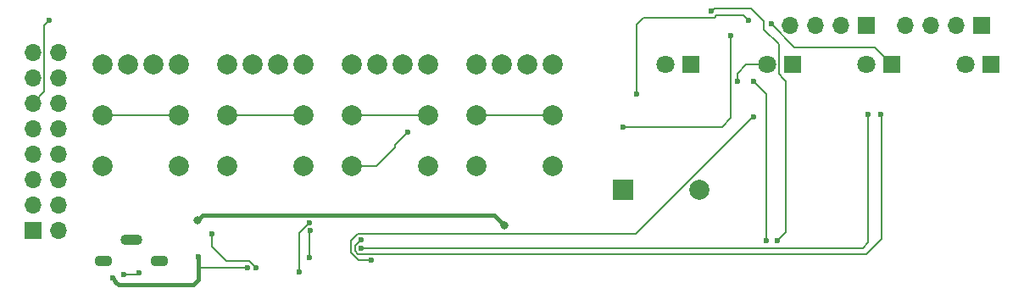
<source format=gbr>
%TF.GenerationSoftware,KiCad,Pcbnew,(5.1.10-1-10_14)*%
%TF.CreationDate,2021-10-13T21:31:21+02:00*%
%TF.ProjectId,MiliOhmMeter,4d696c69-4f68-46d4-9d65-7465722e6b69,rev?*%
%TF.SameCoordinates,Original*%
%TF.FileFunction,Copper,L1,Top*%
%TF.FilePolarity,Positive*%
%FSLAX46Y46*%
G04 Gerber Fmt 4.6, Leading zero omitted, Abs format (unit mm)*
G04 Created by KiCad (PCBNEW (5.1.10-1-10_14)) date 2021-10-13 21:31:21*
%MOMM*%
%LPD*%
G01*
G04 APERTURE LIST*
%TA.AperFunction,ComponentPad*%
%ADD10O,2.200000X1.100000*%
%TD*%
%TA.AperFunction,ComponentPad*%
%ADD11O,1.800000X1.100000*%
%TD*%
%TA.AperFunction,ComponentPad*%
%ADD12C,2.000000*%
%TD*%
%TA.AperFunction,ComponentPad*%
%ADD13O,1.700000X1.700000*%
%TD*%
%TA.AperFunction,ComponentPad*%
%ADD14R,1.700000X1.700000*%
%TD*%
%TA.AperFunction,ComponentPad*%
%ADD15C,1.800000*%
%TD*%
%TA.AperFunction,ComponentPad*%
%ADD16R,1.800000X1.800000*%
%TD*%
%TA.AperFunction,ComponentPad*%
%ADD17R,2.000000X2.000000*%
%TD*%
%TA.AperFunction,ViaPad*%
%ADD18C,0.600000*%
%TD*%
%TA.AperFunction,ViaPad*%
%ADD19C,0.800000*%
%TD*%
%TA.AperFunction,Conductor*%
%ADD20C,0.203200*%
%TD*%
%TA.AperFunction,Conductor*%
%ADD21C,0.457200*%
%TD*%
%TA.AperFunction,Conductor*%
%ADD22C,0.200000*%
%TD*%
G04 APERTURE END LIST*
D10*
%TO.P,J1,SH*%
%TO.N,GND*%
X72644000Y-97477000D03*
D11*
X75444000Y-99627000D03*
X69844000Y-99627000D03*
%TD*%
D12*
%TO.P,SW6,8*%
%TO.N,/LED_AUTO*%
X114681000Y-80010000D03*
%TO.P,SW6,5*%
%TO.N,Net-(R17-Pad2)*%
X107061000Y-80010000D03*
%TO.P,SW6,7*%
%TO.N,/LED_AUTO*%
X112141000Y-80010000D03*
%TO.P,SW6,6*%
%TO.N,Net-(R17-Pad2)*%
X109601000Y-80010000D03*
%TO.P,SW6,2*%
%TO.N,Net-(SW6-Pad2)*%
X114681000Y-90170000D03*
%TO.P,SW6,1*%
%TO.N,GND*%
X107061000Y-90170000D03*
%TO.P,SW6,4*%
%TO.N,/BUT_AUTO*%
X114681000Y-85090000D03*
%TO.P,SW6,3*%
X107061000Y-85090000D03*
%TD*%
%TO.P,SW5,8*%
%TO.N,/LED_200mA*%
X89789000Y-80010000D03*
%TO.P,SW5,5*%
%TO.N,Net-(R15-Pad2)*%
X82169000Y-80010000D03*
%TO.P,SW5,7*%
%TO.N,/LED_200mA*%
X87249000Y-80010000D03*
%TO.P,SW5,6*%
%TO.N,Net-(R15-Pad2)*%
X84709000Y-80010000D03*
%TO.P,SW5,2*%
%TO.N,Net-(SW5-Pad2)*%
X89789000Y-90170000D03*
%TO.P,SW5,1*%
%TO.N,GND*%
X82169000Y-90170000D03*
%TO.P,SW5,4*%
%TO.N,/BUT_200mA*%
X89789000Y-85090000D03*
%TO.P,SW5,3*%
X82169000Y-85090000D03*
%TD*%
%TO.P,SW2,8*%
%TO.N,/LED_1000mA*%
X102235000Y-80010000D03*
%TO.P,SW2,5*%
%TO.N,Net-(R7-Pad2)*%
X94615000Y-80010000D03*
%TO.P,SW2,7*%
%TO.N,/LED_1000mA*%
X99695000Y-80010000D03*
%TO.P,SW2,6*%
%TO.N,Net-(R7-Pad2)*%
X97155000Y-80010000D03*
%TO.P,SW2,2*%
%TO.N,Net-(SW2-Pad2)*%
X102235000Y-90170000D03*
%TO.P,SW2,1*%
%TO.N,GND*%
X94615000Y-90170000D03*
%TO.P,SW2,4*%
%TO.N,/BUT_1000mA*%
X102235000Y-85090000D03*
%TO.P,SW2,3*%
X94615000Y-85090000D03*
%TD*%
%TO.P,SW1,8*%
%TO.N,/LED_20mA*%
X77343000Y-80010000D03*
%TO.P,SW1,5*%
%TO.N,Net-(R5-Pad2)*%
X69723000Y-80010000D03*
%TO.P,SW1,7*%
%TO.N,/LED_20mA*%
X74803000Y-80010000D03*
%TO.P,SW1,6*%
%TO.N,Net-(R5-Pad2)*%
X72263000Y-80010000D03*
%TO.P,SW1,2*%
%TO.N,Net-(SW1-Pad2)*%
X77343000Y-90170000D03*
%TO.P,SW1,1*%
%TO.N,GND*%
X69723000Y-90170000D03*
%TO.P,SW1,4*%
%TO.N,/BUT_20mA*%
X77343000Y-85090000D03*
%TO.P,SW1,3*%
X69723000Y-85090000D03*
%TD*%
D13*
%TO.P,J4,4*%
%TO.N,/I2C_SDA*%
X138430000Y-76136500D03*
%TO.P,J4,3*%
%TO.N,/I2C_SCL*%
X140970000Y-76136500D03*
%TO.P,J4,2*%
%TO.N,+3V3*%
X143510000Y-76136500D03*
D14*
%TO.P,J4,1*%
%TO.N,GND*%
X146050000Y-76136500D03*
%TD*%
D13*
%TO.P,J3,4*%
%TO.N,+9V*%
X149923500Y-76136500D03*
%TO.P,J3,3*%
%TO.N,/METER_N*%
X152463500Y-76136500D03*
%TO.P,J3,2*%
%TO.N,/METER_P*%
X155003500Y-76136500D03*
D14*
%TO.P,J3,1*%
%TO.N,GND*%
X157543500Y-76136500D03*
%TD*%
D13*
%TO.P,J2,16*%
%TO.N,GND*%
X65341500Y-78803500D03*
%TO.P,J2,15*%
%TO.N,/IN_OC*%
X62801500Y-78803500D03*
%TO.P,J2,14*%
%TO.N,/OUT_1000mA*%
X65341500Y-81343500D03*
%TO.P,J2,13*%
%TO.N,/METER_N*%
X62801500Y-81343500D03*
%TO.P,J2,12*%
%TO.N,/OUT_200mA*%
X65341500Y-83883500D03*
%TO.P,J2,11*%
%TO.N,/METER_P*%
X62801500Y-83883500D03*
%TO.P,J2,10*%
%TO.N,/OUT_200mA*%
X65341500Y-86423500D03*
%TO.P,J2,9*%
%TO.N,/IN_400mA*%
X62801500Y-86423500D03*
%TO.P,J2,8*%
%TO.N,/IN_OV*%
X65341500Y-88963500D03*
%TO.P,J2,7*%
%TO.N,/IN_200mA*%
X62801500Y-88963500D03*
%TO.P,J2,6*%
%TO.N,/IN_ADC*%
X65341500Y-91503500D03*
%TO.P,J2,5*%
%TO.N,Net-(J2-Pad5)*%
X62801500Y-91503500D03*
%TO.P,J2,4*%
%TO.N,Net-(J2-Pad4)*%
X65341500Y-94043500D03*
%TO.P,J2,3*%
%TO.N,Net-(J2-Pad3)*%
X62801500Y-94043500D03*
%TO.P,J2,2*%
%TO.N,+5V*%
X65341500Y-96583500D03*
D14*
%TO.P,J2,1*%
%TO.N,Net-(J2-Pad1)*%
X62801500Y-96583500D03*
%TD*%
D15*
%TO.P,D5,2*%
%TO.N,Net-(D5-Pad2)*%
X155956000Y-80010000D03*
D16*
%TO.P,D5,1*%
%TO.N,/LED_WIFI*%
X158496000Y-80010000D03*
%TD*%
D15*
%TO.P,D4,2*%
%TO.N,Net-(D4-Pad2)*%
X125984000Y-80010000D03*
D16*
%TO.P,D4,1*%
%TO.N,/LED_OPEN*%
X128524000Y-80010000D03*
%TD*%
D15*
%TO.P,D3,2*%
%TO.N,Net-(D3-Pad2)*%
X146050000Y-80010000D03*
D16*
%TO.P,D3,1*%
%TO.N,/LED_OK*%
X148590000Y-80010000D03*
%TD*%
D15*
%TO.P,D2,2*%
%TO.N,Net-(D2-Pad2)*%
X136144000Y-80010000D03*
D16*
%TO.P,D2,1*%
%TO.N,/LED_ERROR*%
X138684000Y-80010000D03*
%TD*%
D12*
%TO.P,BZ1,2*%
%TO.N,Net-(BZ1-Pad2)*%
X129329500Y-92519500D03*
D17*
%TO.P,BZ1,1*%
%TO.N,+5V*%
X121729500Y-92519500D03*
%TD*%
D18*
%TO.N,+5V*%
X85090000Y-100330000D03*
X80644000Y-96902000D03*
D19*
X79248000Y-95567500D03*
X109879000Y-96115000D03*
D18*
%TO.N,GND*%
X100266500Y-86741000D03*
%TO.N,/ESP_RST*%
X90424000Y-95821500D03*
X89408000Y-100774500D03*
%TO.N,Net-(D2-Pad2)*%
X133159500Y-81724500D03*
%TO.N,/LED_ERROR*%
X121729500Y-86233000D03*
X132524500Y-77089000D03*
%TO.N,/LED_OK*%
X136525000Y-75946000D03*
X134302500Y-75586499D03*
X123063000Y-82994500D03*
%TO.N,/IN_OC*%
X137160000Y-97599500D03*
X130571209Y-74691209D03*
%TO.N,/OUT_200mA*%
X134810500Y-81724500D03*
X136017000Y-97599500D03*
%TO.N,/METER_P*%
X64389000Y-75628500D03*
%TO.N,/ESP_GPIO0*%
X96583000Y-99573365D03*
X134810500Y-85217000D03*
%TO.N,/ESP_RX*%
X95568254Y-98363764D03*
X146240498Y-85026498D03*
%TO.N,/ESP_TX*%
X95554100Y-97522600D03*
X147510500Y-85026512D03*
%TO.N,/DTR*%
X90424000Y-99314000D03*
X90536717Y-96616753D03*
%TO.N,/D-*%
X71882000Y-100965000D03*
X73406396Y-100806290D03*
%TO.N,/VBUS*%
X70739000Y-101346000D03*
X79311500Y-99250500D03*
X84201000Y-100330000D03*
%TD*%
D20*
%TO.N,+5V*%
X85090000Y-100330000D02*
X84391500Y-99631500D01*
X84391500Y-99631500D02*
X82105500Y-99631500D01*
X82105500Y-99631500D02*
X80644000Y-98170000D01*
X80644000Y-98170000D02*
X80644000Y-96902000D01*
D21*
X79248000Y-95567500D02*
X79725801Y-95089699D01*
X79725801Y-95089699D02*
X108853699Y-95089699D01*
X108853699Y-95089699D02*
X109879000Y-96115000D01*
D20*
%TO.N,GND*%
X94615000Y-90170000D02*
X97091500Y-90170000D01*
X97091500Y-90170000D02*
X98996500Y-88265000D01*
X98996500Y-88011000D02*
X100266500Y-86741000D01*
X98996500Y-88265000D02*
X98996500Y-88011000D01*
%TO.N,/ESP_RST*%
X90424000Y-95821500D02*
X89408000Y-96837500D01*
X89408000Y-96837500D02*
X89408000Y-100774500D01*
%TO.N,Net-(D2-Pad2)*%
X136144000Y-80010000D02*
X134048500Y-80010000D01*
X133159500Y-80899000D02*
X133159500Y-81724500D01*
X134048500Y-80010000D02*
X133159500Y-80899000D01*
%TO.N,/LED_ERROR*%
X131635500Y-86233000D02*
X132524499Y-85344001D01*
X132524500Y-77513264D02*
X132524500Y-77089000D01*
X121729500Y-86233000D02*
X131635500Y-86233000D01*
X132524499Y-85344001D02*
X132524500Y-77513264D01*
%TO.N,/LED_OK*%
X148590000Y-80010000D02*
X146875500Y-78295500D01*
X146875500Y-78295500D02*
X138874500Y-78295500D01*
X138874500Y-78295500D02*
X136525000Y-75946000D01*
X131070325Y-75087199D02*
X130861514Y-75296010D01*
X130861514Y-75296010D02*
X123746510Y-75296010D01*
X133803200Y-75087199D02*
X131070325Y-75087199D01*
X134302500Y-75586499D02*
X133803200Y-75087199D01*
X123063000Y-75979520D02*
X123063000Y-82994500D01*
X123746510Y-75296010D02*
X123063000Y-75979520D01*
%TO.N,/IN_OC*%
X134505310Y-74370810D02*
X130891608Y-74370810D01*
X137287000Y-79369894D02*
X137287000Y-77978000D01*
X130891608Y-74370810D02*
X130571209Y-74691209D01*
X135826500Y-75692000D02*
X134505310Y-74370810D01*
X137348801Y-79431695D02*
X137287000Y-79369894D01*
X137731500Y-81406142D02*
X137287000Y-80961642D01*
X137348801Y-80588305D02*
X137348801Y-79431695D01*
X137287000Y-80961642D02*
X137287000Y-80650106D01*
X135826500Y-76517500D02*
X135826500Y-75692000D01*
X137985500Y-96774000D02*
X137985500Y-81724500D01*
X137731500Y-81470500D02*
X137731500Y-81406142D01*
X137985500Y-81724500D02*
X137731500Y-81470500D01*
X137287000Y-80650106D02*
X137348801Y-80588305D01*
X137287000Y-77978000D02*
X135826500Y-76517500D01*
X137160000Y-97599500D02*
X137985500Y-96774000D01*
%TO.N,/OUT_200mA*%
X136017000Y-82931000D02*
X136017000Y-97599500D01*
X134810500Y-81724500D02*
X136017000Y-82931000D01*
%TO.N,/METER_P*%
X63956301Y-82728699D02*
X62801500Y-83883500D01*
X63956301Y-76061199D02*
X63956301Y-82728699D01*
X64389000Y-75628500D02*
X63956301Y-76061199D01*
%TO.N,/ESP_GPIO0*%
X134700894Y-85217000D02*
X134810500Y-85217000D01*
X123000095Y-96917799D02*
X134700894Y-85217000D01*
X95263795Y-96917799D02*
X123000095Y-96917799D01*
X94557043Y-97624551D02*
X95263795Y-96917799D01*
X94557043Y-98822409D02*
X94557043Y-97624551D01*
X95307999Y-99573365D02*
X94557043Y-98822409D01*
X96583000Y-99573365D02*
X95307999Y-99573365D01*
%TO.N,/BUT_AUTO*%
X107061000Y-85090000D02*
X114681000Y-85090000D01*
%TO.N,/BUT_1000mA*%
X94615000Y-85090000D02*
X102235000Y-85090000D01*
%TO.N,/ESP_RX*%
X146240498Y-97790002D02*
X146240498Y-85026498D01*
X145666736Y-98363764D02*
X146240498Y-97790002D01*
X95568254Y-98363764D02*
X145666736Y-98363764D01*
%TO.N,/ESP_TX*%
X147574000Y-85090012D02*
X147510500Y-85026512D01*
X147574000Y-97409000D02*
X147574000Y-85090012D01*
X146014435Y-98968565D02*
X147574000Y-97409000D01*
X95277949Y-98968565D02*
X146014435Y-98968565D01*
X94963453Y-98654069D02*
X95277949Y-98968565D01*
X94963453Y-98113247D02*
X94963453Y-98654069D01*
X95554100Y-97522600D02*
X94963453Y-98113247D01*
%TO.N,/BUT_20mA*%
X77343000Y-85090000D02*
X69723000Y-85090000D01*
%TO.N,/BUT_200mA*%
X89789000Y-85090000D02*
X82169000Y-85090000D01*
%TO.N,/DTR*%
X90424000Y-96729470D02*
X90536717Y-96616753D01*
X90424000Y-99314000D02*
X90424000Y-96729470D01*
D22*
%TO.N,/D-*%
X73247686Y-100965000D02*
X73406396Y-100806290D01*
X71882000Y-100965000D02*
X73247686Y-100965000D01*
D21*
%TO.N,/VBUS*%
X79311500Y-101536500D02*
X79311500Y-100330000D01*
X78841210Y-102006790D02*
X79311500Y-101536500D01*
X71336290Y-102006790D02*
X78841210Y-102006790D01*
X70739000Y-101346000D02*
X71038999Y-101645999D01*
X71038999Y-101709499D02*
X71336290Y-102006790D01*
X71038999Y-101645999D02*
X71038999Y-101709499D01*
D20*
X84201000Y-100330000D02*
X79311500Y-100330000D01*
D21*
X79311500Y-100330000D02*
X79311500Y-99250500D01*
%TD*%
M02*

</source>
